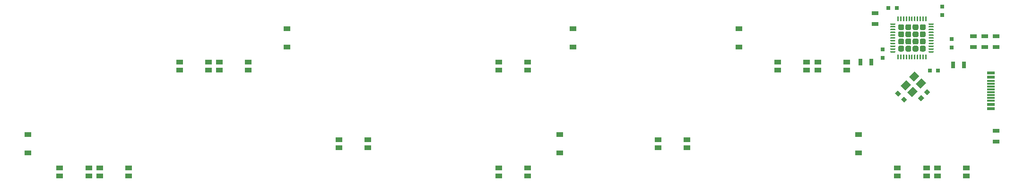
<source format=gbr>
G04 #@! TF.GenerationSoftware,KiCad,Pcbnew,(5.1.10)-1*
G04 #@! TF.CreationDate,2021-06-23T21:24:02+07:00*
G04 #@! TF.ProjectId,uso!VNC,75736f21-564e-4432-9e6b-696361645f70,rev?*
G04 #@! TF.SameCoordinates,Original*
G04 #@! TF.FileFunction,Paste,Bot*
G04 #@! TF.FilePolarity,Positive*
%FSLAX45Y45*%
G04 Gerber Fmt 4.5, Leading zero omitted, Abs format (unit mm)*
G04 Created by KiCad (PCBNEW (5.1.10)-1) date 2021-06-23 21:24:02*
%MOMM*%
%LPD*%
G01*
G04 APERTURE LIST*
%ADD10R,0.700000X1.300000*%
%ADD11R,1.300000X0.700000*%
%ADD12R,0.800000X0.750000*%
%ADD13R,0.750000X0.800000*%
%ADD14C,0.100000*%
%ADD15R,1.200000X0.900000*%
%ADD16R,1.190000X0.900000*%
%ADD17R,1.450000X0.300000*%
%ADD18R,1.450000X0.600000*%
G04 APERTURE END LIST*
D10*
X30931874Y-19535394D03*
X30741874Y-19535394D03*
D11*
X31108040Y-19023580D03*
X31108040Y-19213580D03*
D12*
X29579500Y-18510250D03*
X29729500Y-18510250D03*
X30322450Y-19634200D03*
X30472450Y-19634200D03*
D13*
X29476700Y-19260750D03*
X29476700Y-19410750D03*
X30543500Y-18636050D03*
X30543500Y-18486050D03*
G36*
G01*
X29862250Y-19216500D02*
X29862250Y-19270500D01*
G75*
G02*
X29837250Y-19295500I-25000J0D01*
G01*
X29783250Y-19295500D01*
G75*
G02*
X29758250Y-19270500I0J25000D01*
G01*
X29758250Y-19216500D01*
G75*
G02*
X29783250Y-19191500I25000J0D01*
G01*
X29837250Y-19191500D01*
G75*
G02*
X29862250Y-19216500I0J-25000D01*
G01*
G37*
G36*
G01*
X29862250Y-19087500D02*
X29862250Y-19141500D01*
G75*
G02*
X29837250Y-19166500I-25000J0D01*
G01*
X29783250Y-19166500D01*
G75*
G02*
X29758250Y-19141500I0J25000D01*
G01*
X29758250Y-19087500D01*
G75*
G02*
X29783250Y-19062500I25000J0D01*
G01*
X29837250Y-19062500D01*
G75*
G02*
X29862250Y-19087500I0J-25000D01*
G01*
G37*
G36*
G01*
X29862250Y-18958500D02*
X29862250Y-19012500D01*
G75*
G02*
X29837250Y-19037500I-25000J0D01*
G01*
X29783250Y-19037500D01*
G75*
G02*
X29758250Y-19012500I0J25000D01*
G01*
X29758250Y-18958500D01*
G75*
G02*
X29783250Y-18933500I25000J0D01*
G01*
X29837250Y-18933500D01*
G75*
G02*
X29862250Y-18958500I0J-25000D01*
G01*
G37*
G36*
G01*
X29862250Y-18829500D02*
X29862250Y-18883500D01*
G75*
G02*
X29837250Y-18908500I-25000J0D01*
G01*
X29783250Y-18908500D01*
G75*
G02*
X29758250Y-18883500I0J25000D01*
G01*
X29758250Y-18829500D01*
G75*
G02*
X29783250Y-18804500I25000J0D01*
G01*
X29837250Y-18804500D01*
G75*
G02*
X29862250Y-18829500I0J-25000D01*
G01*
G37*
G36*
G01*
X29991250Y-19216500D02*
X29991250Y-19270500D01*
G75*
G02*
X29966250Y-19295500I-25000J0D01*
G01*
X29912250Y-19295500D01*
G75*
G02*
X29887250Y-19270500I0J25000D01*
G01*
X29887250Y-19216500D01*
G75*
G02*
X29912250Y-19191500I25000J0D01*
G01*
X29966250Y-19191500D01*
G75*
G02*
X29991250Y-19216500I0J-25000D01*
G01*
G37*
G36*
G01*
X29991250Y-19087500D02*
X29991250Y-19141500D01*
G75*
G02*
X29966250Y-19166500I-25000J0D01*
G01*
X29912250Y-19166500D01*
G75*
G02*
X29887250Y-19141500I0J25000D01*
G01*
X29887250Y-19087500D01*
G75*
G02*
X29912250Y-19062500I25000J0D01*
G01*
X29966250Y-19062500D01*
G75*
G02*
X29991250Y-19087500I0J-25000D01*
G01*
G37*
G36*
G01*
X29991250Y-18958500D02*
X29991250Y-19012500D01*
G75*
G02*
X29966250Y-19037500I-25000J0D01*
G01*
X29912250Y-19037500D01*
G75*
G02*
X29887250Y-19012500I0J25000D01*
G01*
X29887250Y-18958500D01*
G75*
G02*
X29912250Y-18933500I25000J0D01*
G01*
X29966250Y-18933500D01*
G75*
G02*
X29991250Y-18958500I0J-25000D01*
G01*
G37*
G36*
G01*
X29991250Y-18829500D02*
X29991250Y-18883500D01*
G75*
G02*
X29966250Y-18908500I-25000J0D01*
G01*
X29912250Y-18908500D01*
G75*
G02*
X29887250Y-18883500I0J25000D01*
G01*
X29887250Y-18829500D01*
G75*
G02*
X29912250Y-18804500I25000J0D01*
G01*
X29966250Y-18804500D01*
G75*
G02*
X29991250Y-18829500I0J-25000D01*
G01*
G37*
G36*
G01*
X30120250Y-19216500D02*
X30120250Y-19270500D01*
G75*
G02*
X30095250Y-19295500I-25000J0D01*
G01*
X30041250Y-19295500D01*
G75*
G02*
X30016250Y-19270500I0J25000D01*
G01*
X30016250Y-19216500D01*
G75*
G02*
X30041250Y-19191500I25000J0D01*
G01*
X30095250Y-19191500D01*
G75*
G02*
X30120250Y-19216500I0J-25000D01*
G01*
G37*
G36*
G01*
X30120250Y-19087500D02*
X30120250Y-19141500D01*
G75*
G02*
X30095250Y-19166500I-25000J0D01*
G01*
X30041250Y-19166500D01*
G75*
G02*
X30016250Y-19141500I0J25000D01*
G01*
X30016250Y-19087500D01*
G75*
G02*
X30041250Y-19062500I25000J0D01*
G01*
X30095250Y-19062500D01*
G75*
G02*
X30120250Y-19087500I0J-25000D01*
G01*
G37*
G36*
G01*
X30120250Y-18958500D02*
X30120250Y-19012500D01*
G75*
G02*
X30095250Y-19037500I-25000J0D01*
G01*
X30041250Y-19037500D01*
G75*
G02*
X30016250Y-19012500I0J25000D01*
G01*
X30016250Y-18958500D01*
G75*
G02*
X30041250Y-18933500I25000J0D01*
G01*
X30095250Y-18933500D01*
G75*
G02*
X30120250Y-18958500I0J-25000D01*
G01*
G37*
G36*
G01*
X30120250Y-18829500D02*
X30120250Y-18883500D01*
G75*
G02*
X30095250Y-18908500I-25000J0D01*
G01*
X30041250Y-18908500D01*
G75*
G02*
X30016250Y-18883500I0J25000D01*
G01*
X30016250Y-18829500D01*
G75*
G02*
X30041250Y-18804500I25000J0D01*
G01*
X30095250Y-18804500D01*
G75*
G02*
X30120250Y-18829500I0J-25000D01*
G01*
G37*
G36*
G01*
X30249250Y-19216500D02*
X30249250Y-19270500D01*
G75*
G02*
X30224250Y-19295500I-25000J0D01*
G01*
X30170250Y-19295500D01*
G75*
G02*
X30145250Y-19270500I0J25000D01*
G01*
X30145250Y-19216500D01*
G75*
G02*
X30170250Y-19191500I25000J0D01*
G01*
X30224250Y-19191500D01*
G75*
G02*
X30249250Y-19216500I0J-25000D01*
G01*
G37*
G36*
G01*
X30249250Y-19087500D02*
X30249250Y-19141500D01*
G75*
G02*
X30224250Y-19166500I-25000J0D01*
G01*
X30170250Y-19166500D01*
G75*
G02*
X30145250Y-19141500I0J25000D01*
G01*
X30145250Y-19087500D01*
G75*
G02*
X30170250Y-19062500I25000J0D01*
G01*
X30224250Y-19062500D01*
G75*
G02*
X30249250Y-19087500I0J-25000D01*
G01*
G37*
G36*
G01*
X30249250Y-18958500D02*
X30249250Y-19012500D01*
G75*
G02*
X30224250Y-19037500I-25000J0D01*
G01*
X30170250Y-19037500D01*
G75*
G02*
X30145250Y-19012500I0J25000D01*
G01*
X30145250Y-18958500D01*
G75*
G02*
X30170250Y-18933500I25000J0D01*
G01*
X30224250Y-18933500D01*
G75*
G02*
X30249250Y-18958500I0J-25000D01*
G01*
G37*
G36*
G01*
X30249250Y-18829500D02*
X30249250Y-18883500D01*
G75*
G02*
X30224250Y-18908500I-25000J0D01*
G01*
X30170250Y-18908500D01*
G75*
G02*
X30145250Y-18883500I0J25000D01*
G01*
X30145250Y-18829500D01*
G75*
G02*
X30170250Y-18804500I25000J0D01*
G01*
X30224250Y-18804500D01*
G75*
G02*
X30249250Y-18829500I0J-25000D01*
G01*
G37*
G36*
G01*
X30266250Y-18668750D02*
X30266250Y-18743750D01*
G75*
G02*
X30260000Y-18750000I-6250J0D01*
G01*
X30247500Y-18750000D01*
G75*
G02*
X30241250Y-18743750I0J6250D01*
G01*
X30241250Y-18668750D01*
G75*
G02*
X30247500Y-18662500I6250J0D01*
G01*
X30260000Y-18662500D01*
G75*
G02*
X30266250Y-18668750I0J-6250D01*
G01*
G37*
G36*
G01*
X30216250Y-18668750D02*
X30216250Y-18743750D01*
G75*
G02*
X30210000Y-18750000I-6250J0D01*
G01*
X30197500Y-18750000D01*
G75*
G02*
X30191250Y-18743750I0J6250D01*
G01*
X30191250Y-18668750D01*
G75*
G02*
X30197500Y-18662500I6250J0D01*
G01*
X30210000Y-18662500D01*
G75*
G02*
X30216250Y-18668750I0J-6250D01*
G01*
G37*
G36*
G01*
X30166250Y-18668750D02*
X30166250Y-18743750D01*
G75*
G02*
X30160000Y-18750000I-6250J0D01*
G01*
X30147500Y-18750000D01*
G75*
G02*
X30141250Y-18743750I0J6250D01*
G01*
X30141250Y-18668750D01*
G75*
G02*
X30147500Y-18662500I6250J0D01*
G01*
X30160000Y-18662500D01*
G75*
G02*
X30166250Y-18668750I0J-6250D01*
G01*
G37*
G36*
G01*
X30116250Y-18668750D02*
X30116250Y-18743750D01*
G75*
G02*
X30110000Y-18750000I-6250J0D01*
G01*
X30097500Y-18750000D01*
G75*
G02*
X30091250Y-18743750I0J6250D01*
G01*
X30091250Y-18668750D01*
G75*
G02*
X30097500Y-18662500I6250J0D01*
G01*
X30110000Y-18662500D01*
G75*
G02*
X30116250Y-18668750I0J-6250D01*
G01*
G37*
G36*
G01*
X30066250Y-18668750D02*
X30066250Y-18743750D01*
G75*
G02*
X30060000Y-18750000I-6250J0D01*
G01*
X30047500Y-18750000D01*
G75*
G02*
X30041250Y-18743750I0J6250D01*
G01*
X30041250Y-18668750D01*
G75*
G02*
X30047500Y-18662500I6250J0D01*
G01*
X30060000Y-18662500D01*
G75*
G02*
X30066250Y-18668750I0J-6250D01*
G01*
G37*
G36*
G01*
X30016250Y-18668750D02*
X30016250Y-18743750D01*
G75*
G02*
X30010000Y-18750000I-6250J0D01*
G01*
X29997500Y-18750000D01*
G75*
G02*
X29991250Y-18743750I0J6250D01*
G01*
X29991250Y-18668750D01*
G75*
G02*
X29997500Y-18662500I6250J0D01*
G01*
X30010000Y-18662500D01*
G75*
G02*
X30016250Y-18668750I0J-6250D01*
G01*
G37*
G36*
G01*
X29966250Y-18668750D02*
X29966250Y-18743750D01*
G75*
G02*
X29960000Y-18750000I-6250J0D01*
G01*
X29947500Y-18750000D01*
G75*
G02*
X29941250Y-18743750I0J6250D01*
G01*
X29941250Y-18668750D01*
G75*
G02*
X29947500Y-18662500I6250J0D01*
G01*
X29960000Y-18662500D01*
G75*
G02*
X29966250Y-18668750I0J-6250D01*
G01*
G37*
G36*
G01*
X29916250Y-18668750D02*
X29916250Y-18743750D01*
G75*
G02*
X29910000Y-18750000I-6250J0D01*
G01*
X29897500Y-18750000D01*
G75*
G02*
X29891250Y-18743750I0J6250D01*
G01*
X29891250Y-18668750D01*
G75*
G02*
X29897500Y-18662500I6250J0D01*
G01*
X29910000Y-18662500D01*
G75*
G02*
X29916250Y-18668750I0J-6250D01*
G01*
G37*
G36*
G01*
X29866250Y-18668750D02*
X29866250Y-18743750D01*
G75*
G02*
X29860000Y-18750000I-6250J0D01*
G01*
X29847500Y-18750000D01*
G75*
G02*
X29841250Y-18743750I0J6250D01*
G01*
X29841250Y-18668750D01*
G75*
G02*
X29847500Y-18662500I6250J0D01*
G01*
X29860000Y-18662500D01*
G75*
G02*
X29866250Y-18668750I0J-6250D01*
G01*
G37*
G36*
G01*
X29816250Y-18668750D02*
X29816250Y-18743750D01*
G75*
G02*
X29810000Y-18750000I-6250J0D01*
G01*
X29797500Y-18750000D01*
G75*
G02*
X29791250Y-18743750I0J6250D01*
G01*
X29791250Y-18668750D01*
G75*
G02*
X29797500Y-18662500I6250J0D01*
G01*
X29810000Y-18662500D01*
G75*
G02*
X29816250Y-18668750I0J-6250D01*
G01*
G37*
G36*
G01*
X29766250Y-18668750D02*
X29766250Y-18743750D01*
G75*
G02*
X29760000Y-18750000I-6250J0D01*
G01*
X29747500Y-18750000D01*
G75*
G02*
X29741250Y-18743750I0J6250D01*
G01*
X29741250Y-18668750D01*
G75*
G02*
X29747500Y-18662500I6250J0D01*
G01*
X29760000Y-18662500D01*
G75*
G02*
X29766250Y-18668750I0J-6250D01*
G01*
G37*
G36*
G01*
X29703750Y-18793750D02*
X29703750Y-18806250D01*
G75*
G02*
X29697500Y-18812500I-6250J0D01*
G01*
X29622500Y-18812500D01*
G75*
G02*
X29616250Y-18806250I0J6250D01*
G01*
X29616250Y-18793750D01*
G75*
G02*
X29622500Y-18787500I6250J0D01*
G01*
X29697500Y-18787500D01*
G75*
G02*
X29703750Y-18793750I0J-6250D01*
G01*
G37*
G36*
G01*
X29703750Y-18843750D02*
X29703750Y-18856250D01*
G75*
G02*
X29697500Y-18862500I-6250J0D01*
G01*
X29622500Y-18862500D01*
G75*
G02*
X29616250Y-18856250I0J6250D01*
G01*
X29616250Y-18843750D01*
G75*
G02*
X29622500Y-18837500I6250J0D01*
G01*
X29697500Y-18837500D01*
G75*
G02*
X29703750Y-18843750I0J-6250D01*
G01*
G37*
G36*
G01*
X29703750Y-18893750D02*
X29703750Y-18906250D01*
G75*
G02*
X29697500Y-18912500I-6250J0D01*
G01*
X29622500Y-18912500D01*
G75*
G02*
X29616250Y-18906250I0J6250D01*
G01*
X29616250Y-18893750D01*
G75*
G02*
X29622500Y-18887500I6250J0D01*
G01*
X29697500Y-18887500D01*
G75*
G02*
X29703750Y-18893750I0J-6250D01*
G01*
G37*
G36*
G01*
X29703750Y-18943750D02*
X29703750Y-18956250D01*
G75*
G02*
X29697500Y-18962500I-6250J0D01*
G01*
X29622500Y-18962500D01*
G75*
G02*
X29616250Y-18956250I0J6250D01*
G01*
X29616250Y-18943750D01*
G75*
G02*
X29622500Y-18937500I6250J0D01*
G01*
X29697500Y-18937500D01*
G75*
G02*
X29703750Y-18943750I0J-6250D01*
G01*
G37*
G36*
G01*
X29703750Y-18993750D02*
X29703750Y-19006250D01*
G75*
G02*
X29697500Y-19012500I-6250J0D01*
G01*
X29622500Y-19012500D01*
G75*
G02*
X29616250Y-19006250I0J6250D01*
G01*
X29616250Y-18993750D01*
G75*
G02*
X29622500Y-18987500I6250J0D01*
G01*
X29697500Y-18987500D01*
G75*
G02*
X29703750Y-18993750I0J-6250D01*
G01*
G37*
G36*
G01*
X29703750Y-19043750D02*
X29703750Y-19056250D01*
G75*
G02*
X29697500Y-19062500I-6250J0D01*
G01*
X29622500Y-19062500D01*
G75*
G02*
X29616250Y-19056250I0J6250D01*
G01*
X29616250Y-19043750D01*
G75*
G02*
X29622500Y-19037500I6250J0D01*
G01*
X29697500Y-19037500D01*
G75*
G02*
X29703750Y-19043750I0J-6250D01*
G01*
G37*
G36*
G01*
X29703750Y-19093750D02*
X29703750Y-19106250D01*
G75*
G02*
X29697500Y-19112500I-6250J0D01*
G01*
X29622500Y-19112500D01*
G75*
G02*
X29616250Y-19106250I0J6250D01*
G01*
X29616250Y-19093750D01*
G75*
G02*
X29622500Y-19087500I6250J0D01*
G01*
X29697500Y-19087500D01*
G75*
G02*
X29703750Y-19093750I0J-6250D01*
G01*
G37*
G36*
G01*
X29703750Y-19143750D02*
X29703750Y-19156250D01*
G75*
G02*
X29697500Y-19162500I-6250J0D01*
G01*
X29622500Y-19162500D01*
G75*
G02*
X29616250Y-19156250I0J6250D01*
G01*
X29616250Y-19143750D01*
G75*
G02*
X29622500Y-19137500I6250J0D01*
G01*
X29697500Y-19137500D01*
G75*
G02*
X29703750Y-19143750I0J-6250D01*
G01*
G37*
G36*
G01*
X29703750Y-19193750D02*
X29703750Y-19206250D01*
G75*
G02*
X29697500Y-19212500I-6250J0D01*
G01*
X29622500Y-19212500D01*
G75*
G02*
X29616250Y-19206250I0J6250D01*
G01*
X29616250Y-19193750D01*
G75*
G02*
X29622500Y-19187500I6250J0D01*
G01*
X29697500Y-19187500D01*
G75*
G02*
X29703750Y-19193750I0J-6250D01*
G01*
G37*
G36*
G01*
X29703750Y-19243750D02*
X29703750Y-19256250D01*
G75*
G02*
X29697500Y-19262500I-6250J0D01*
G01*
X29622500Y-19262500D01*
G75*
G02*
X29616250Y-19256250I0J6250D01*
G01*
X29616250Y-19243750D01*
G75*
G02*
X29622500Y-19237500I6250J0D01*
G01*
X29697500Y-19237500D01*
G75*
G02*
X29703750Y-19243750I0J-6250D01*
G01*
G37*
G36*
G01*
X29703750Y-19293750D02*
X29703750Y-19306250D01*
G75*
G02*
X29697500Y-19312500I-6250J0D01*
G01*
X29622500Y-19312500D01*
G75*
G02*
X29616250Y-19306250I0J6250D01*
G01*
X29616250Y-19293750D01*
G75*
G02*
X29622500Y-19287500I6250J0D01*
G01*
X29697500Y-19287500D01*
G75*
G02*
X29703750Y-19293750I0J-6250D01*
G01*
G37*
G36*
G01*
X29766250Y-19356250D02*
X29766250Y-19431250D01*
G75*
G02*
X29760000Y-19437500I-6250J0D01*
G01*
X29747500Y-19437500D01*
G75*
G02*
X29741250Y-19431250I0J6250D01*
G01*
X29741250Y-19356250D01*
G75*
G02*
X29747500Y-19350000I6250J0D01*
G01*
X29760000Y-19350000D01*
G75*
G02*
X29766250Y-19356250I0J-6250D01*
G01*
G37*
G36*
G01*
X29816250Y-19356250D02*
X29816250Y-19431250D01*
G75*
G02*
X29810000Y-19437500I-6250J0D01*
G01*
X29797500Y-19437500D01*
G75*
G02*
X29791250Y-19431250I0J6250D01*
G01*
X29791250Y-19356250D01*
G75*
G02*
X29797500Y-19350000I6250J0D01*
G01*
X29810000Y-19350000D01*
G75*
G02*
X29816250Y-19356250I0J-6250D01*
G01*
G37*
G36*
G01*
X29866250Y-19356250D02*
X29866250Y-19431250D01*
G75*
G02*
X29860000Y-19437500I-6250J0D01*
G01*
X29847500Y-19437500D01*
G75*
G02*
X29841250Y-19431250I0J6250D01*
G01*
X29841250Y-19356250D01*
G75*
G02*
X29847500Y-19350000I6250J0D01*
G01*
X29860000Y-19350000D01*
G75*
G02*
X29866250Y-19356250I0J-6250D01*
G01*
G37*
G36*
G01*
X29916250Y-19356250D02*
X29916250Y-19431250D01*
G75*
G02*
X29910000Y-19437500I-6250J0D01*
G01*
X29897500Y-19437500D01*
G75*
G02*
X29891250Y-19431250I0J6250D01*
G01*
X29891250Y-19356250D01*
G75*
G02*
X29897500Y-19350000I6250J0D01*
G01*
X29910000Y-19350000D01*
G75*
G02*
X29916250Y-19356250I0J-6250D01*
G01*
G37*
G36*
G01*
X29966250Y-19356250D02*
X29966250Y-19431250D01*
G75*
G02*
X29960000Y-19437500I-6250J0D01*
G01*
X29947500Y-19437500D01*
G75*
G02*
X29941250Y-19431250I0J6250D01*
G01*
X29941250Y-19356250D01*
G75*
G02*
X29947500Y-19350000I6250J0D01*
G01*
X29960000Y-19350000D01*
G75*
G02*
X29966250Y-19356250I0J-6250D01*
G01*
G37*
G36*
G01*
X30016250Y-19356250D02*
X30016250Y-19431250D01*
G75*
G02*
X30010000Y-19437500I-6250J0D01*
G01*
X29997500Y-19437500D01*
G75*
G02*
X29991250Y-19431250I0J6250D01*
G01*
X29991250Y-19356250D01*
G75*
G02*
X29997500Y-19350000I6250J0D01*
G01*
X30010000Y-19350000D01*
G75*
G02*
X30016250Y-19356250I0J-6250D01*
G01*
G37*
G36*
G01*
X30066250Y-19356250D02*
X30066250Y-19431250D01*
G75*
G02*
X30060000Y-19437500I-6250J0D01*
G01*
X30047500Y-19437500D01*
G75*
G02*
X30041250Y-19431250I0J6250D01*
G01*
X30041250Y-19356250D01*
G75*
G02*
X30047500Y-19350000I6250J0D01*
G01*
X30060000Y-19350000D01*
G75*
G02*
X30066250Y-19356250I0J-6250D01*
G01*
G37*
G36*
G01*
X30116250Y-19356250D02*
X30116250Y-19431250D01*
G75*
G02*
X30110000Y-19437500I-6250J0D01*
G01*
X30097500Y-19437500D01*
G75*
G02*
X30091250Y-19431250I0J6250D01*
G01*
X30091250Y-19356250D01*
G75*
G02*
X30097500Y-19350000I6250J0D01*
G01*
X30110000Y-19350000D01*
G75*
G02*
X30116250Y-19356250I0J-6250D01*
G01*
G37*
G36*
G01*
X30166250Y-19356250D02*
X30166250Y-19431250D01*
G75*
G02*
X30160000Y-19437500I-6250J0D01*
G01*
X30147500Y-19437500D01*
G75*
G02*
X30141250Y-19431250I0J6250D01*
G01*
X30141250Y-19356250D01*
G75*
G02*
X30147500Y-19350000I6250J0D01*
G01*
X30160000Y-19350000D01*
G75*
G02*
X30166250Y-19356250I0J-6250D01*
G01*
G37*
G36*
G01*
X30216250Y-19356250D02*
X30216250Y-19431250D01*
G75*
G02*
X30210000Y-19437500I-6250J0D01*
G01*
X30197500Y-19437500D01*
G75*
G02*
X30191250Y-19431250I0J6250D01*
G01*
X30191250Y-19356250D01*
G75*
G02*
X30197500Y-19350000I6250J0D01*
G01*
X30210000Y-19350000D01*
G75*
G02*
X30216250Y-19356250I0J-6250D01*
G01*
G37*
G36*
G01*
X30266250Y-19356250D02*
X30266250Y-19431250D01*
G75*
G02*
X30260000Y-19437500I-6250J0D01*
G01*
X30247500Y-19437500D01*
G75*
G02*
X30241250Y-19431250I0J6250D01*
G01*
X30241250Y-19356250D01*
G75*
G02*
X30247500Y-19350000I6250J0D01*
G01*
X30260000Y-19350000D01*
G75*
G02*
X30266250Y-19356250I0J-6250D01*
G01*
G37*
G36*
G01*
X30391250Y-19293750D02*
X30391250Y-19306250D01*
G75*
G02*
X30385000Y-19312500I-6250J0D01*
G01*
X30310000Y-19312500D01*
G75*
G02*
X30303750Y-19306250I0J6250D01*
G01*
X30303750Y-19293750D01*
G75*
G02*
X30310000Y-19287500I6250J0D01*
G01*
X30385000Y-19287500D01*
G75*
G02*
X30391250Y-19293750I0J-6250D01*
G01*
G37*
G36*
G01*
X30391250Y-19243750D02*
X30391250Y-19256250D01*
G75*
G02*
X30385000Y-19262500I-6250J0D01*
G01*
X30310000Y-19262500D01*
G75*
G02*
X30303750Y-19256250I0J6250D01*
G01*
X30303750Y-19243750D01*
G75*
G02*
X30310000Y-19237500I6250J0D01*
G01*
X30385000Y-19237500D01*
G75*
G02*
X30391250Y-19243750I0J-6250D01*
G01*
G37*
G36*
G01*
X30391250Y-19193750D02*
X30391250Y-19206250D01*
G75*
G02*
X30385000Y-19212500I-6250J0D01*
G01*
X30310000Y-19212500D01*
G75*
G02*
X30303750Y-19206250I0J6250D01*
G01*
X30303750Y-19193750D01*
G75*
G02*
X30310000Y-19187500I6250J0D01*
G01*
X30385000Y-19187500D01*
G75*
G02*
X30391250Y-19193750I0J-6250D01*
G01*
G37*
G36*
G01*
X30391250Y-19143750D02*
X30391250Y-19156250D01*
G75*
G02*
X30385000Y-19162500I-6250J0D01*
G01*
X30310000Y-19162500D01*
G75*
G02*
X30303750Y-19156250I0J6250D01*
G01*
X30303750Y-19143750D01*
G75*
G02*
X30310000Y-19137500I6250J0D01*
G01*
X30385000Y-19137500D01*
G75*
G02*
X30391250Y-19143750I0J-6250D01*
G01*
G37*
G36*
G01*
X30391250Y-19093750D02*
X30391250Y-19106250D01*
G75*
G02*
X30385000Y-19112500I-6250J0D01*
G01*
X30310000Y-19112500D01*
G75*
G02*
X30303750Y-19106250I0J6250D01*
G01*
X30303750Y-19093750D01*
G75*
G02*
X30310000Y-19087500I6250J0D01*
G01*
X30385000Y-19087500D01*
G75*
G02*
X30391250Y-19093750I0J-6250D01*
G01*
G37*
G36*
G01*
X30391250Y-19043750D02*
X30391250Y-19056250D01*
G75*
G02*
X30385000Y-19062500I-6250J0D01*
G01*
X30310000Y-19062500D01*
G75*
G02*
X30303750Y-19056250I0J6250D01*
G01*
X30303750Y-19043750D01*
G75*
G02*
X30310000Y-19037500I6250J0D01*
G01*
X30385000Y-19037500D01*
G75*
G02*
X30391250Y-19043750I0J-6250D01*
G01*
G37*
G36*
G01*
X30391250Y-18993750D02*
X30391250Y-19006250D01*
G75*
G02*
X30385000Y-19012500I-6250J0D01*
G01*
X30310000Y-19012500D01*
G75*
G02*
X30303750Y-19006250I0J6250D01*
G01*
X30303750Y-18993750D01*
G75*
G02*
X30310000Y-18987500I6250J0D01*
G01*
X30385000Y-18987500D01*
G75*
G02*
X30391250Y-18993750I0J-6250D01*
G01*
G37*
G36*
G01*
X30391250Y-18943750D02*
X30391250Y-18956250D01*
G75*
G02*
X30385000Y-18962500I-6250J0D01*
G01*
X30310000Y-18962500D01*
G75*
G02*
X30303750Y-18956250I0J6250D01*
G01*
X30303750Y-18943750D01*
G75*
G02*
X30310000Y-18937500I6250J0D01*
G01*
X30385000Y-18937500D01*
G75*
G02*
X30391250Y-18943750I0J-6250D01*
G01*
G37*
G36*
G01*
X30391250Y-18893750D02*
X30391250Y-18906250D01*
G75*
G02*
X30385000Y-18912500I-6250J0D01*
G01*
X30310000Y-18912500D01*
G75*
G02*
X30303750Y-18906250I0J6250D01*
G01*
X30303750Y-18893750D01*
G75*
G02*
X30310000Y-18887500I6250J0D01*
G01*
X30385000Y-18887500D01*
G75*
G02*
X30391250Y-18893750I0J-6250D01*
G01*
G37*
G36*
G01*
X30391250Y-18843750D02*
X30391250Y-18856250D01*
G75*
G02*
X30385000Y-18862500I-6250J0D01*
G01*
X30310000Y-18862500D01*
G75*
G02*
X30303750Y-18856250I0J6250D01*
G01*
X30303750Y-18843750D01*
G75*
G02*
X30310000Y-18837500I6250J0D01*
G01*
X30385000Y-18837500D01*
G75*
G02*
X30391250Y-18843750I0J-6250D01*
G01*
G37*
G36*
G01*
X30391250Y-18793750D02*
X30391250Y-18806250D01*
G75*
G02*
X30385000Y-18812500I-6250J0D01*
G01*
X30310000Y-18812500D01*
G75*
G02*
X30303750Y-18806250I0J6250D01*
G01*
X30303750Y-18793750D01*
G75*
G02*
X30310000Y-18787500I6250J0D01*
G01*
X30385000Y-18787500D01*
G75*
G02*
X30391250Y-18793750I0J-6250D01*
G01*
G37*
D14*
G36*
X30004401Y-20111660D02*
G01*
X29919548Y-20026807D01*
X30018543Y-19927812D01*
X30103396Y-20012665D01*
X30004401Y-20111660D01*
G37*
G36*
X30159965Y-19956096D02*
G01*
X30075112Y-19871243D01*
X30174107Y-19772248D01*
X30258960Y-19857101D01*
X30159965Y-19956096D01*
G37*
G36*
X30039757Y-19835888D02*
G01*
X29954904Y-19751035D01*
X30053899Y-19652040D01*
X30138752Y-19736893D01*
X30039757Y-19835888D01*
G37*
G36*
X29884193Y-19991452D02*
G01*
X29799340Y-19906599D01*
X29898335Y-19807604D01*
X29983188Y-19892457D01*
X29884193Y-19991452D01*
G37*
D10*
X29083250Y-19481800D03*
X29273250Y-19481800D03*
D11*
X29343350Y-18605750D03*
X29343350Y-18795750D03*
X31308040Y-19023580D03*
X31308040Y-19213580D03*
X31508040Y-20913580D03*
X31508040Y-20723580D03*
X31508040Y-19023580D03*
X31508040Y-19213580D03*
D15*
X29051250Y-21120000D03*
X29051250Y-20790000D03*
X26908125Y-19215000D03*
X26908125Y-18885000D03*
X23693437Y-21120000D03*
X23693437Y-20790000D03*
X23931562Y-19215000D03*
X23931562Y-18885000D03*
X14168437Y-21120000D03*
X14168437Y-20790000D03*
X18811875Y-19215000D03*
X18811875Y-18885000D03*
D13*
X30714950Y-19220250D03*
X30714950Y-19070250D03*
D14*
G36*
X30168385Y-20076932D02*
G01*
X30221418Y-20129965D01*
X30164849Y-20186534D01*
X30111816Y-20133501D01*
X30168385Y-20076932D01*
G37*
G36*
X30274451Y-19970866D02*
G01*
X30327484Y-20023899D01*
X30270915Y-20080468D01*
X30217882Y-20027435D01*
X30274451Y-19970866D01*
G37*
G36*
X29805132Y-20155365D02*
G01*
X29858165Y-20102332D01*
X29914734Y-20158901D01*
X29861701Y-20211934D01*
X29805132Y-20155365D01*
G37*
G36*
X29699066Y-20049299D02*
G01*
X29752099Y-19996266D01*
X29808668Y-20052835D01*
X29755635Y-20105868D01*
X29699066Y-20049299D01*
G37*
D16*
X22600500Y-21538000D03*
X23119500Y-21388000D03*
X23119500Y-21538000D03*
X22600500Y-21388000D03*
X25977000Y-21030000D03*
X25458000Y-20880000D03*
X25458000Y-21030000D03*
X25977000Y-20880000D03*
X20262000Y-21030000D03*
X19743000Y-20880000D03*
X19743000Y-21030000D03*
X20262000Y-20880000D03*
X15456750Y-21538000D03*
X15975750Y-21388000D03*
X15975750Y-21538000D03*
X15456750Y-21388000D03*
X14742375Y-21538000D03*
X15261375Y-21388000D03*
X15261375Y-21538000D03*
X14742375Y-21388000D03*
X29744250Y-21388000D03*
X30263250Y-21538000D03*
X30263250Y-21388000D03*
X29744250Y-21538000D03*
X30458625Y-21538000D03*
X30977625Y-21388000D03*
X30977625Y-21538000D03*
X30458625Y-21388000D03*
X16885500Y-19633000D03*
X17404500Y-19483000D03*
X17404500Y-19633000D03*
X16885500Y-19483000D03*
X17599875Y-19633000D03*
X18118875Y-19483000D03*
X18118875Y-19633000D03*
X17599875Y-19483000D03*
X22600500Y-19633000D03*
X23119500Y-19483000D03*
X23119500Y-19633000D03*
X22600500Y-19483000D03*
X27601125Y-19633000D03*
X28120125Y-19483000D03*
X28120125Y-19633000D03*
X27601125Y-19483000D03*
X28315500Y-19633000D03*
X28834500Y-19483000D03*
X28834500Y-19633000D03*
X28315500Y-19483000D03*
D17*
X31415500Y-19977500D03*
X31415500Y-20027500D03*
X31415500Y-20077500D03*
X31415500Y-19927500D03*
X31415500Y-20127500D03*
X31415500Y-19877500D03*
X31415500Y-20177500D03*
X31415500Y-19827500D03*
D18*
X31415500Y-19757500D03*
X31415500Y-20247500D03*
X31415500Y-19680000D03*
X31415500Y-20325000D03*
M02*

</source>
